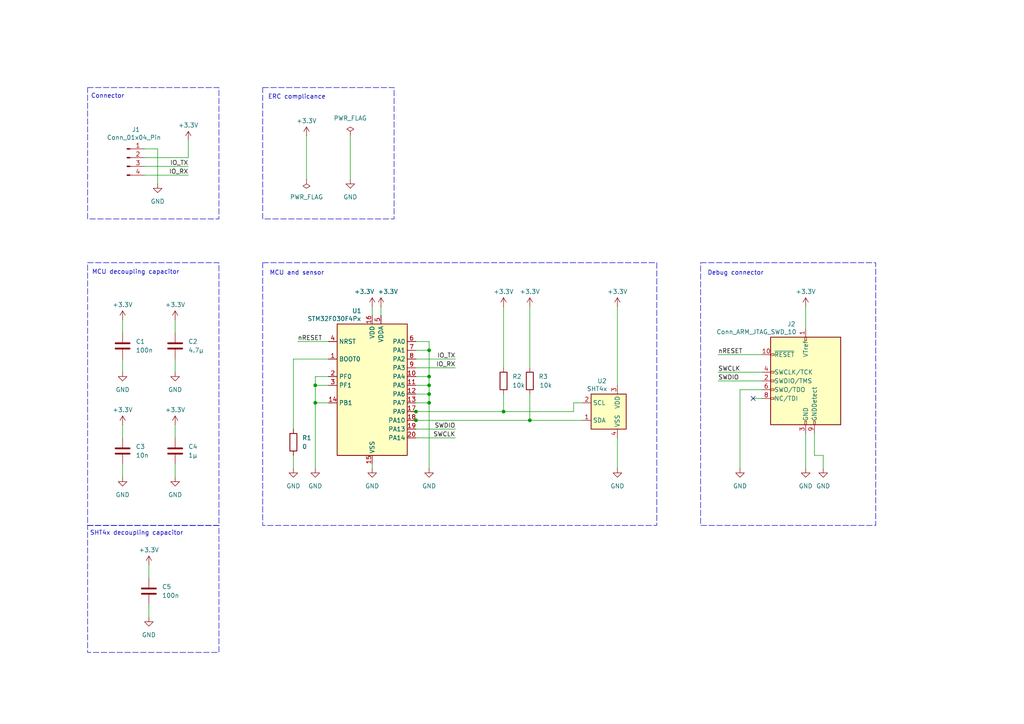
<source format=kicad_sch>
(kicad_sch (version 20250114) (generator "eeschema") (generator_version "9.0")
  (paper "A4")
  (title_block (title "Temperature/humidity sensor") (date "2025/12/06") (rev "1.0"))
  (lib_symbols
    (symbol "Connector:Conn_01x04_Pin" (pin_names (offset 1.016) (hide yes))
      (property "Reference" "J" (at 0 5.08 0))
      (property "Value" "Conn_01x04_Pin" (at 0 -7.62 0))
      (symbol "Conn_01x04_Pin_1_1"
        (rectangle (start 0.8636 2.667) (end 0 2.413) (stroke (width 0.1524)) (fill (type outline)))
        (rectangle (start 0.8636 0.127) (end 0 -0.127) (stroke (width 0.1524)) (fill (type outline)))
        (rectangle (start 0.8636 -2.413) (end 0 -2.667) (stroke (width 0.1524)) (fill (type outline)))
        (rectangle (start 0.8636 -4.953) (end 0 -5.207) (stroke (width 0.1524)) (fill (type outline)))
        (polyline (pts (xy 1.27 2.54) (xy 0.8636 2.54)) (stroke (width 0.1524)))
        (polyline (pts (xy 1.27 0) (xy 0.8636 0)) (stroke (width 0.1524)))
        (polyline (pts (xy 1.27 -2.54) (xy 0.8636 -2.54)) (stroke (width 0.1524)))
        (polyline (pts (xy 1.27 -5.08) (xy 0.8636 -5.08)) (stroke (width 0.1524)))
        (pin passive line (at 5.08 2.54 180) (length 3.81) (name "Pin_1") (number "1"))
        (pin passive line (at 5.08 0 180) (length 3.81) (name "Pin_2") (number "2"))
        (pin passive line (at 5.08 -2.54 180) (length 3.81) (name "Pin_3") (number "3"))
        (pin passive line (at 5.08 -5.08 180) (length 3.81) (name "Pin_4") (number "4"))
      )
    )
    (symbol "Connector:Conn_ARM_JTAG_SWD_10" (pin_names (offset 1.016))
      (property "Reference" "J2" (at 5.334 16.51 0))
      (property "Value" "Conn_ARM_JTAG_SWD_10" (at 25.908 14.224 0))
      (symbol "Conn_ARM_JTAG_SWD_10_0_1"
        (rectangle (start -10.16 12.7) (end 10.16 -12.7) (stroke (width 0.254)) (fill (type background)))
        (rectangle (start -2.794 -12.7) (end -2.286 -11.684))
        (rectangle (start -0.254 12.7) (end 0.254 11.684))
        (rectangle (start -0.254 -12.7) (end 0.254 -11.684))
        (rectangle (start 9.144 2.286) (end 10.16 2.794))
        (rectangle (start 10.16 7.874) (end 9.144 7.366))
        (rectangle (start 10.16 -0.254) (end 9.144 0.254))
        (rectangle (start 10.16 -2.794) (end 9.144 -2.286))
      )
      (symbol "Conn_ARM_JTAG_SWD_10_1_1"
        (rectangle (start 9.144 -5.334) (end 10.16 -4.826))
        (pin no_connect line (at -10.16 0 0) (length 2.54) (hide yes) (name "KEY") (number "7"))
        (pin passive line (at -2.54 -15.24 90) (length 2.54) (name "GNDDetect") (number "9"))
        (pin power_in line (at 0 15.24 270) (length 2.54) (name "VTref") (number "1"))
        (pin power_in line (at 0 -15.24 90) (length 2.54) (name "GND") (number "3"))
        (pin passive line (at 0 -15.24 90) (length 2.54) (hide yes) (name "GND") (number "5"))
        (pin bidirectional line (at 12.7 7.62 180) (length 2.54) (name "~{RESET}") (number "10"))
        (pin output line (at 12.7 2.54 180) (length 2.54) (name "SWCLK/TCK") (number "4"))
        (pin bidirectional line (at 12.7 0 180) (length 2.54) (name "SWDIO/TMS") (number "2"))
        (pin input line (at 12.7 -2.54 180) (length 2.54) (name "SWO/TDO") (number "6"))
        (pin output line (at 12.7 -5.08 180) (length 2.54) (name "NC/TDI") (number "8"))
      )
    )
    (symbol "Device:C" (pin_numbers (hide yes)) (pin_names (offset 0.254))
      (property "Reference" "C" (at 0.635 2.54 0))
      (property "Value" "C" (at 0.635 -2.54 0))
      (symbol "C_0_1"
        (polyline (pts (xy -2.032 0.762) (xy 2.032 0.762)) (stroke (width 0.508)))
        (polyline (pts (xy -2.032 -0.762) (xy 2.032 -0.762)) (stroke (width 0.508)))
      )
      (symbol "C_1_1"
        (pin passive line (at 0 3.81 270) (length 2.794) (name "~") (number "1"))
        (pin passive line (at 0 -3.81 90) (length 2.794) (name "~") (number "2"))
      )
    )
    (symbol "Device:R" (pin_numbers (hide yes)) (pin_names (offset 0))
      (property "Reference" "R" (at 2.032 0 90))
      (property "Value" "R" (at 0 0 90))
      (symbol "R_0_1"
        (rectangle (start -1.016 -2.54) (end 1.016 2.54) (stroke (width 0.254)))
      )
      (symbol "R_1_1"
        (pin passive line (at 0 3.81 270) (length 1.27) (name "~") (number "1"))
        (pin passive line (at 0 -3.81 90) (length 1.27) (name "~") (number "2"))
      )
    )
    (symbol "MCU_ST_STM32F0:STM32F030F4Px"
      (property "Reference" "U" (at -10.16 21.59 0))
      (property "Value" "STM32F030F4Px" (at 5.08 21.59 0))
      (symbol "STM32F030F4Px_0_1"
        (rectangle (start -10.16 -17.78) (end 10.16 20.32) (stroke (width 0.254)) (fill (type background)))
      )
      (symbol "STM32F030F4Px_1_1"
        (pin input line (at -12.7 15.24 0) (length 2.54) (name "NRST") (number "4"))
        (pin input line (at -12.7 10.16 0) (length 2.54) (name "BOOT0") (number "1"))
        (pin bidirectional line (at -12.7 5.08 0) (length 2.54) (name "PF0") (number "2"))
        (pin bidirectional line (at -12.7 2.54 0) (length 2.54) (name "PF1") (number "3"))
        (pin bidirectional line (at -12.7 -2.54 0) (length 2.54) (name "PB1") (number "14"))
        (pin power_in line (at 0 22.86 270) (length 2.54) (name "VDD") (number "16"))
        (pin power_in line (at 0 -20.32 90) (length 2.54) (name "VSS") (number "15"))
        (pin power_in line (at 2.54 22.86 270) (length 2.54) (name "VDDA") (number "5"))
        (pin bidirectional line (at 12.7 15.24 180) (length 2.54) (name "PA0") (number "6"))
        (pin bidirectional line (at 12.7 12.7 180) (length 2.54) (name "PA1") (number "7"))
        (pin bidirectional line (at 12.7 10.16 180) (length 2.54) (name "PA2") (number "8"))
        (pin bidirectional line (at 12.7 7.62 180) (length 2.54) (name "PA3") (number "9"))
        (pin bidirectional line (at 12.7 5.08 180) (length 2.54) (name "PA4") (number "10"))
        (pin bidirectional line (at 12.7 2.54 180) (length 2.54) (name "PA5") (number "11"))
        (pin bidirectional line (at 12.7 0 180) (length 2.54) (name "PA6") (number "12"))
        (pin bidirectional line (at 12.7 -2.54 180) (length 2.54) (name "PA7") (number "13"))
        (pin bidirectional line (at 12.7 -5.08 180) (length 2.54) (name "PA9") (number "17"))
        (pin bidirectional line (at 12.7 -7.62 180) (length 2.54) (name "PA10") (number "18"))
        (pin bidirectional line (at 12.7 -10.16 180) (length 2.54) (name "PA13") (number "19"))
        (pin bidirectional line (at 12.7 -12.7 180) (length 2.54) (name "PA14") (number "20"))
      )
    )
    (symbol "Sensor_Humidity:SHT4x"
      (property "Reference" "U" (at 0 8.89 0))
      (property "Value" "SHT4x" (at 0 6.35 0))
      (symbol "SHT4x_1_1"
        (rectangle (start -5.08 5.08) (end 5.08 -5.08) (stroke (width 0.254)) (fill (type background)))
        (pin input line (at -7.62 2.54 0) (length 2.54) (name "SCL") (number "2"))
        (pin bidirectional line (at -7.62 -2.54 0) (length 2.54) (name "SDA") (number "1"))
        (pin power_in line (at 2.54 7.62 270) (length 2.54) (name "VDD") (number "3"))
        (pin power_in line (at 2.54 -7.62 90) (length 2.54) (name "VSS") (number "4"))
      )
    )
    (symbol "power:+3.3V" (power) (pin_numbers (hide yes)) (pin_names (offset 0) (hide yes))
      (property "Value" "+3.3V" (at 0 3.556 0))
      (symbol "+3.3V_0_1"
        (polyline (pts (xy -0.762 1.27) (xy 0 2.54)))
        (polyline (pts (xy 0 2.54) (xy 0.762 1.27)))
        (polyline (pts (xy 0 0) (xy 0 2.54)))
      )
      (symbol "+3.3V_1_1"
        (pin power_in line (at 0 0 90) (length 0) (name "~") (number "1"))
      )
    )
    (symbol "power:GND" (power) (pin_numbers (hide yes)) (pin_names (offset 0) (hide yes))
      (property "Value" "GND" (at 0 -3.81 0))
      (symbol "GND_0_1"
        (polyline (pts (xy 0 0) (xy 0 -1.27) (xy 1.27 -1.27) (xy 0 -2.54) (xy -1.27 -1.27) (xy 0 -1.27)))
      )
      (symbol "GND_1_1"
        (pin power_in line (at 0 0 270) (length 0) (name "~") (number "1"))
      )
    )
    (symbol "power:PWR_FLAG" (power) (pin_numbers (hide yes)) (pin_names (offset 0) (hide yes))
      (property "Value" "PWR_FLAG" (at 0 3.81 0))
      (symbol "PWR_FLAG_0_0"
        (pin power_out line (at 0 0 90) (length 0) (name "~") (number "1"))
      )
      (symbol "PWR_FLAG_0_1"
        (polyline (pts (xy 0 0) (xy 0 1.27) (xy -1.016 1.905) (xy 0 2.54) (xy 1.016 1.905) (xy 0 1.27)))
      )
    )
  )
  (rectangle (start 25.4 76.2) (end 63.5 152.4) (stroke (width 0) (type dash)))
  (rectangle (start 25.4 25.4) (end 63.5 63.5) (stroke (width 0) (type dash)))
  (rectangle (start 76.2 76.2) (end 190.5 152.4) (stroke (width 0) (type dash)))
  (rectangle (start 25.4 152.4) (end 63.5 189.23) (stroke (width 0) (type dash)))
  (rectangle (start 203.2 76.2) (end 254 152.4) (stroke (width 0) (type dash)))
  (rectangle (start 76.2 25.4) (end 114.3 63.5) (stroke (width 0) (type dash)))
  (text "ERC complicance" (at 86.106 28.194 0) (effects (font (size 1.27 1.27))))
  (text "MCU decoupling capacitor" (at 39.37 78.994 0) (effects (font (size 1.27 1.27))))
  (text "SHT4x decoupling capacitor" (at 39.624 154.686 0) (effects (font (size 1.27 1.27))))
  (text "Connector" (at 31.242 27.94 0) (effects (font (size 1.27 1.27))))
  (text "MCU and sensor" (at 86.106 79.248 0) (effects (font (size 1.27 1.27))))
  (text "Debug connector" (at 213.36 79.248 0) (effects (font (size 1.27 1.27))))
  (junction (at 120.65 119.38))
  (junction (at 153.67 121.92))
  (junction (at 146.05 119.38))
  (junction (at 91.44 111.76))
  (junction (at 124.46 101.6))
  (junction (at 124.46 111.76))
  (junction (at 124.46 114.3))
  (junction (at 124.46 109.22))
  (junction (at 124.46 116.84))
  (junction (at 91.44 116.84))
  (junction (at 120.65 121.92))
  (no_connect (at 218.44 115.57))
  (wire (pts (xy 35.56 92.71) (xy 35.56 96.52)))
  (wire (pts (xy 208.28 110.49) (xy 220.98 110.49)))
  (wire (pts (xy 91.44 111.76) (xy 91.44 116.84)))
  (wire (pts (xy 119.38 119.38) (xy 120.65 119.38)))
  (wire (pts (xy 101.6 39.37) (xy 101.6 52.07)))
  (wire (pts (xy 179.07 127) (xy 179.07 135.89)))
  (wire (pts (xy 95.25 116.84) (xy 91.44 116.84)))
  (wire (pts (xy 218.44 115.57) (xy 220.98 115.57)))
  (wire (pts (xy 153.67 88.9) (xy 153.67 106.68)))
  (wire (pts (xy 166.37 116.84) (xy 166.37 119.38)))
  (wire (pts (xy 236.22 132.08) (xy 236.22 125.73)))
  (wire (pts (xy 35.56 134.62) (xy 35.56 138.43)))
  (wire (pts (xy 120.65 116.84) (xy 124.46 116.84)))
  (wire (pts (xy 120.65 111.76) (xy 124.46 111.76)))
  (wire (pts (xy 214.63 113.03) (xy 214.63 135.89)))
  (wire (pts (xy 120.65 106.68) (xy 132.08 106.68)))
  (wire (pts (xy 124.46 116.84) (xy 124.46 135.89)))
  (wire (pts (xy 238.76 132.08) (xy 238.76 135.89)))
  (wire (pts (xy 120.65 121.92) (xy 153.67 121.92)))
  (wire (pts (xy 50.8 92.71) (xy 50.8 96.52)))
  (wire (pts (xy 214.63 113.03) (xy 220.98 113.03)))
  (wire (pts (xy 153.67 121.92) (xy 168.91 121.92)))
  (wire (pts (xy 179.07 88.9) (xy 179.07 111.76)))
  (wire (pts (xy 85.09 104.14) (xy 85.09 124.46)))
  (wire (pts (xy 91.44 109.22) (xy 95.25 109.22)))
  (wire (pts (xy 124.46 101.6) (xy 124.46 109.22)))
  (wire (pts (xy 124.46 109.22) (xy 124.46 111.76)))
  (wire (pts (xy 120.65 104.14) (xy 132.08 104.14)))
  (wire (pts (xy 233.68 125.73) (xy 233.68 135.89)))
  (wire (pts (xy 120.65 99.06) (xy 124.46 99.06)))
  (wire (pts (xy 208.28 102.87) (xy 220.98 102.87)))
  (wire (pts (xy 85.09 132.08) (xy 85.09 135.89)))
  (wire (pts (xy 35.56 104.14) (xy 35.56 107.95)))
  (wire (pts (xy 50.8 134.62) (xy 50.8 138.43)))
  (wire (pts (xy 124.46 111.76) (xy 124.46 114.3)))
  (wire (pts (xy 146.05 114.3) (xy 146.05 119.38)))
  (wire (pts (xy 50.8 123.19) (xy 50.8 127)))
  (wire (pts (xy 41.91 50.8) (xy 54.61 50.8)))
  (wire (pts (xy 120.65 127) (xy 132.08 127)))
  (wire (pts (xy 35.56 123.19) (xy 35.56 127)))
  (wire (pts (xy 120.65 124.46) (xy 132.08 124.46)))
  (wire (pts (xy 124.46 99.06) (xy 124.46 101.6)))
  (wire (pts (xy 43.18 163.83) (xy 43.18 167.64)))
  (wire (pts (xy 119.38 121.92) (xy 120.65 121.92)))
  (wire (pts (xy 120.65 101.6) (xy 124.46 101.6)))
  (wire (pts (xy 41.91 43.18) (xy 45.72 43.18)))
  (wire (pts (xy 95.25 104.14) (xy 85.09 104.14)))
  (wire (pts (xy 107.95 88.9) (xy 107.95 91.44)))
  (wire (pts (xy 91.44 109.22) (xy 91.44 111.76)))
  (wire (pts (xy 233.68 88.9) (xy 233.68 95.25)))
  (wire (pts (xy 120.65 109.22) (xy 124.46 109.22)))
  (wire (pts (xy 153.67 114.3) (xy 153.67 121.92)))
  (wire (pts (xy 43.18 175.26) (xy 43.18 179.07)))
  (wire (pts (xy 54.61 45.72) (xy 54.61 40.64)))
  (wire (pts (xy 124.46 114.3) (xy 124.46 116.84)))
  (wire (pts (xy 91.44 111.76) (xy 95.25 111.76)))
  (wire (pts (xy 50.8 104.14) (xy 50.8 107.95)))
  (wire (pts (xy 120.65 114.3) (xy 124.46 114.3)))
  (wire (pts (xy 91.44 116.84) (xy 91.44 135.89)))
  (wire (pts (xy 146.05 119.38) (xy 166.37 119.38)))
  (wire (pts (xy 120.65 119.38) (xy 146.05 119.38)))
  (wire (pts (xy 110.49 88.9) (xy 110.49 91.44)))
  (wire (pts (xy 238.76 132.08) (xy 236.22 132.08)))
  (wire (pts (xy 146.05 88.9) (xy 146.05 106.68)))
  (wire (pts (xy 208.28 107.95) (xy 220.98 107.95)))
  (wire (pts (xy 168.91 116.84) (xy 166.37 116.84)))
  (wire (pts (xy 41.91 48.26) (xy 54.61 48.26)))
  (wire (pts (xy 107.95 134.62) (xy 107.95 135.89)))
  (wire (pts (xy 41.91 45.72) (xy 54.61 45.72)))
  (wire (pts (xy 45.72 43.18) (xy 45.72 53.34)))
  (wire (pts (xy 88.9 39.37) (xy 88.9 52.07)))
  (wire (pts (xy 86.36 99.06) (xy 95.25 99.06)))
  (label "IO_TX" (at 132.08 104.14 180))
  (label "IO_RX" (at 54.61 50.8 180))
  (label "SWCLK" (at 132.08 127 180))
  (label "SWDIO" (at 132.08 124.46 180))
  (label "SWDIO" (at 208.28 110.49 0))
  (label "IO_TX" (at 54.61 48.26 180))
  (label "nRESET" (at 208.28 102.87 0))
  (label "SWCLK" (at 208.28 107.95 0))
  (label "nRESET" (at 86.36 99.06 0))
  (label "IO_RX" (at 132.08 106.68 180))
  (symbol (lib_id "power:GND") (at 238.76 135.89 0) (unit 1)
    (property "Reference" "#PWR026" (effects (hide yes)))
    (property "Value" "GND" (at 238.76 140.97 0))
    (property "Description" "Power symbol creates a global label with name \"GND\" , ground" (effects (hide yes)))
  )
  (symbol (lib_id "power:+3.3V") (at 50.8 123.19 0) (unit 1)
    (property "Reference" "#PWR020" (effects (hide yes)))
    (property "Value" "+3.3V" (at 50.8 118.872 0))
    (property "Description" "Power symbol creates a global label with name \"+3.3V\"" (effects (hide yes)))
  )
  (symbol (lib_id "power:+3.3V") (at 153.67 88.9 0) (unit 1)
    (property "Reference" "#PWR07" (effects (hide yes)))
    (property "Value" "+3.3V" (at 153.67 84.582 0))
    (property "Description" "Power symbol creates a global label with name \"+3.3V\"" (effects (hide yes)))
  )
  (symbol (lib_id "power:GND") (at 107.95 135.89 0) (unit 1)
    (property "Reference" "#PWR01" (effects (hide yes)))
    (property "Value" "GND" (at 107.95 140.97 0))
    (property "Description" "Power symbol creates a global label with name \"GND\" , ground" (effects (hide yes)))
  )
  (symbol (lib_id "power:+3.3V") (at 110.49 88.9 0) (unit 1)
    (property "Reference" "#PWR04" (effects (hide yes)))
    (property "Value" "+3.3V" (at 112.522 84.582 0))
    (property "Description" "Power symbol creates a global label with name \"+3.3V\"" (effects (hide yes)))
  )
  (symbol (lib_id "power:GND") (at 50.8 138.43 0) (unit 1)
    (property "Reference" "#PWR021" (effects (hide yes)))
    (property "Value" "GND" (at 50.8 143.51 0))
    (property "Description" "Power symbol creates a global label with name \"GND\" , ground" (effects (hide yes)))
  )
  (symbol (lib_id "Connector:Conn_ARM_JTAG_SWD_10") (at 233.68 110.49 0) (mirror y) (unit 1)
    (property "Reference" "J2" (at 228.346 93.98 0) (effects (justify right)))
    (property "Value" "Conn_ARM_JTAG_SWD_10" (at 207.772 96.266 0) (effects (justify right)))
    (property "Footprint" "Connector_PinHeader_1.27mm:PinHeader_2x05_P1.27mm_Vertical" (effects (hide yes)))
    (property "Datasheet" "http://infocenter.arm.com/help/topic/com.arm.doc.ddi0314h/DDI0314H_coresight_components_trm.pdf" (effects (hide yes)))
    (property "Description" "Cortex Debug Connector, standard ARM Cortex-M SWD and JTAG interface" (effects (hide yes)))
  )
  (symbol (lib_id "power:+3.3V") (at 50.8 92.71 0) (unit 1)
    (property "Reference" "#PWR016" (effects (hide yes)))
    (property "Value" "+3.3V" (at 50.8 88.392 0))
    (property "Description" "Power symbol creates a global label with name \"+3.3V\"" (effects (hide yes)))
  )
  (symbol (lib_id "Connector:Conn_01x04_Pin") (at 36.83 45.72 0) (unit 1)
    (property "Reference" "J1" (at 40.64 37.592 0) (effects (justify right)))
    (property "Value" "Conn_01x04_Pin" (at 46.736 39.878 0) (effects (justify right)))
    (property "Footprint" "Connector_JST:JST_XA_B04B-XASK-1-A_1x04_P2.50mm_Vertical" (effects (hide yes)))
    (property "Description" "Generic connector, single row, 01x04, script generated" (effects (hide yes)))
  )
  (symbol (lib_id "power:GND") (at 35.56 138.43 0) (unit 1)
    (property "Reference" "#PWR019" (effects (hide yes)))
    (property "Value" "GND" (at 35.56 143.51 0))
    (property "Description" "Power symbol creates a global label with name \"GND\" , ground" (effects (hide yes)))
  )
  (symbol (lib_id "power:PWR_FLAG") (at 101.6 39.37 0) (unit 1)
    (property "Reference" "#FLG01" (effects (hide yes)))
    (property "Value" "PWR_FLAG" (at 101.6 34.29 0))
    (property "Description" "Special symbol for telling ERC where power comes from" (effects (hide yes)))
  )
  (symbol (lib_id "Device:R") (at 85.09 128.27 0) (unit 1)
    (property "Reference" "R1" (at 87.63 126.9999 0) (effects (justify left)))
    (property "Value" "0" (at 87.63 129.5399 0) (effects (justify left)))
    (property "Footprint" "Resistor_SMD:R_0805_2012Metric" (effects (hide yes)))
    (property "Description" "Resistor" (effects (hide yes)))
  )
  (symbol (lib_id "power:GND") (at 179.07 135.89 0) (unit 1)
    (property "Reference" "#PWR09" (effects (hide yes)))
    (property "Value" "GND" (at 179.07 140.97 0))
    (property "Description" "Power symbol creates a global label with name \"GND\" , ground" (effects (hide yes)))
  )
  (symbol (lib_id "Device:C") (at 43.18 171.45 0) (unit 1)
    (property "Reference" "C5" (at 46.99 170.1799 0) (effects (justify left)))
    (property "Value" "100n" (at 46.99 172.7199 0) (effects (justify left)))
    (property "Footprint" "Capacitor_SMD:C_0805_2012Metric" (effects (hide yes)))
    (property "Description" "Unpolarized capacitor" (effects (hide yes)))
  )
  (symbol (lib_id "power:GND") (at 101.6 52.07 0) (unit 1)
    (property "Reference" "#PWR023" (effects (hide yes)))
    (property "Value" "GND" (at 101.6 57.15 0))
    (property "Description" "Power symbol creates a global label with name \"GND\" , ground" (effects (hide yes)))
  )
  (symbol (lib_id "power:GND") (at 50.8 107.95 0) (unit 1)
    (property "Reference" "#PWR017" (effects (hide yes)))
    (property "Value" "GND" (at 50.8 113.03 0))
    (property "Description" "Power symbol creates a global label with name \"GND\" , ground" (effects (hide yes)))
  )
  (symbol (lib_id "Device:C") (at 50.8 130.81 0) (unit 1)
    (property "Reference" "C4" (at 54.61 129.5399 0) (effects (justify left)))
    (property "Value" "1µ" (at 54.61 132.0799 0) (effects (justify left)))
    (property "Footprint" "Capacitor_SMD:C_0805_2012Metric" (effects (hide yes)))
    (property "Description" "Unpolarized capacitor" (effects (hide yes)))
  )
  (symbol (lib_id "power:GND") (at 91.44 135.89 0) (unit 1)
    (property "Reference" "#PWR013" (effects (hide yes)))
    (property "Value" "GND" (at 91.44 140.97 0))
    (property "Description" "Power symbol creates a global label with name \"GND\" , ground" (effects (hide yes)))
  )
  (symbol (lib_id "power:PWR_FLAG") (at 88.9 52.07 180) (unit 1)
    (property "Reference" "#FLG02" (effects (hide yes)))
    (property "Value" "PWR_FLAG" (at 88.9 57.15 0))
    (property "Description" "Special symbol for telling ERC where power comes from" (effects (hide yes)))
  )
  (symbol (lib_id "power:GND") (at 233.68 135.89 0) (unit 1)
    (property "Reference" "#PWR027" (effects (hide yes)))
    (property "Value" "GND" (at 233.68 140.97 0))
    (property "Description" "Power symbol creates a global label with name \"GND\" , ground" (effects (hide yes)))
  )
  (symbol (lib_id "power:+3.3V") (at 88.9 39.37 0) (unit 1)
    (property "Reference" "#PWR022" (effects (hide yes)))
    (property "Value" "+3.3V" (at 88.9 35.052 0))
    (property "Description" "Power symbol creates a global label with name \"+3.3V\"" (effects (hide yes)))
  )
  (symbol (lib_id "power:+3.3V") (at 146.05 88.9 0) (unit 1)
    (property "Reference" "#PWR06" (effects (hide yes)))
    (property "Value" "+3.3V" (at 146.05 84.582 0))
    (property "Description" "Power symbol creates a global label with name \"+3.3V\"" (effects (hide yes)))
  )
  (symbol (lib_id "power:GND") (at 35.56 107.95 0) (unit 1)
    (property "Reference" "#PWR015" (effects (hide yes)))
    (property "Value" "GND" (at 35.56 113.03 0))
    (property "Description" "Power symbol creates a global label with name \"GND\" , ground" (effects (hide yes)))
  )
  (symbol (lib_id "Sensor_Humidity:SHT4x") (at 176.53 119.38 0) (unit 1)
    (property "Reference" "U2" (at 173.228 110.49 0) (effects (justify left)))
    (property "Value" "SHT4x" (at 170.18 112.776 0) (effects (justify left)))
    (property "Footprint" "Sensor_Humidity:Sensirion_DFN-4_1.5x1.5mm_P0.8mm_SHT4x_NoCentralPad" (effects (hide yes)))
    (property "Datasheet" "https://sensirion.com/media/documents/33FD6951/624C4357/Datasheet_SHT4x.pdf" (effects (hide yes)))
    (property "Description" "Digital Humidity and Temperature Sensor, ±1%RH, ±0.1°C, I2C, 1.08-3.6V, 16bit, DFN-4" (effects (hide yes)))
  )
  (symbol (lib_id "power:+3.3V") (at 107.95 88.9 0) (unit 1)
    (property "Reference" "#PWR03" (effects (hide yes)))
    (property "Value" "+3.3V" (at 105.664 84.582 0))
    (property "Description" "Power symbol creates a global label with name \"+3.3V\"" (effects (hide yes)))
  )
  (symbol (lib_id "MCU_ST_STM32F0:STM32F030F4Px") (at 107.95 114.3 0) (unit 1)
    (property "Reference" "U1" (at 102.108 90.17 0) (effects (justify left)))
    (property "Value" "STM32F030F4Px" (at 89.154 92.456 0) (effects (justify left)))
    (property "Footprint" "Package_SO:TSSOP-20_4.4x6.5mm_P0.65mm" (effects (hide yes)))
    (property "Datasheet" "https://www.st.com/resource/en/datasheet/stm32f030f4.pdf" (effects (hide yes)))
    (property "Description" "STMicroelectronics Arm Cortex-M0 MCU, 16KB flash, 4KB RAM, 48 MHz, 2.4-3.6V, 15 GPIO, TSSOP20" (effects (hide yes)))
  )
  (symbol (lib_id "Device:R") (at 146.05 110.49 0) (unit 1)
    (property "Reference" "R2" (at 148.59 109.2199 0) (effects (justify left)))
    (property "Value" "10k" (at 148.59 111.7599 0) (effects (justify left)))
    (property "Footprint" "Resistor_SMD:R_0805_2012Metric" (effects (hide yes)))
    (property "Description" "Resistor" (effects (hide yes)))
  )
  (symbol (lib_id "Device:C") (at 35.56 130.81 0) (unit 1)
    (property "Reference" "C3" (at 39.37 129.5399 0) (effects (justify left)))
    (property "Value" "10n" (at 39.37 132.0799 0) (effects (justify left)))
    (property "Footprint" "Capacitor_SMD:C_0805_2012Metric" (effects (hide yes)))
    (property "Description" "Unpolarized capacitor" (effects (hide yes)))
  )
  (symbol (lib_id "power:GND") (at 214.63 135.89 0) (unit 1)
    (property "Reference" "#PWR028" (effects (hide yes)))
    (property "Value" "GND" (at 214.63 140.97 0))
    (property "Description" "Power symbol creates a global label with name \"GND\" , ground" (effects (hide yes)))
  )
  (symbol (lib_id "power:GND") (at 43.18 179.07 0) (unit 1)
    (property "Reference" "#PWR010" (effects (hide yes)))
    (property "Value" "GND" (at 43.18 184.15 0))
    (property "Description" "Power symbol creates a global label with name \"GND\" , ground" (effects (hide yes)))
  )
  (symbol (lib_id "Device:R") (at 153.67 110.49 0) (unit 1)
    (property "Reference" "R3" (at 156.21 109.2199 0) (effects (justify left)))
    (property "Value" "10k" (at 156.464 111.76 0) (effects (justify left)))
    (property "Footprint" "Resistor_SMD:R_0805_2012Metric" (effects (hide yes)))
    (property "Description" "Resistor" (effects (hide yes)))
  )
  (symbol (lib_id "Device:C") (at 35.56 100.33 0) (unit 1)
    (property "Reference" "C1" (at 39.37 99.0599 0) (effects (justify left)))
    (property "Value" "100n" (at 39.37 101.5999 0) (effects (justify left)))
    (property "Footprint" "Capacitor_SMD:C_0805_2012Metric" (effects (hide yes)))
    (property "Description" "Unpolarized capacitor" (effects (hide yes)))
  )
  (symbol (lib_id "power:+3.3V") (at 54.61 40.64 0) (unit 1)
    (property "Reference" "#PWR012" (effects (hide yes)))
    (property "Value" "+3.3V" (at 54.61 36.322 0))
    (property "Description" "Power symbol creates a global label with name \"+3.3V\"" (effects (hide yes)))
  )
  (symbol (lib_id "power:+3.3V") (at 179.07 88.9 0) (unit 1)
    (property "Reference" "#PWR08" (effects (hide yes)))
    (property "Value" "+3.3V" (at 179.07 84.582 0))
    (property "Description" "Power symbol creates a global label with name \"+3.3V\"" (effects (hide yes)))
  )
  (symbol (lib_id "power:+3.3V") (at 233.68 88.9 0) (unit 1)
    (property "Reference" "#PWR029" (effects (hide yes)))
    (property "Value" "+3.3V" (at 233.68 84.582 0))
    (property "Description" "Power symbol creates a global label with name \"+3.3V\"" (effects (hide yes)))
  )
  (symbol (lib_id "power:GND") (at 124.46 135.89 0) (unit 1)
    (property "Reference" "#PWR024" (effects (hide yes)))
    (property "Value" "GND" (at 124.46 140.97 0))
    (property "Description" "Power symbol creates a global label with name \"GND\" , ground" (effects (hide yes)))
  )
  (symbol (lib_id "power:+3.3V") (at 35.56 123.19 0) (unit 1)
    (property "Reference" "#PWR018" (effects (hide yes)))
    (property "Value" "+3.3V" (at 35.56 118.872 0))
    (property "Description" "Power symbol creates a global label with name \"+3.3V\"" (effects (hide yes)))
  )
  (symbol (lib_id "power:+3.3V") (at 43.18 163.83 0) (unit 1)
    (property "Reference" "#PWR011" (effects (hide yes)))
    (property "Value" "+3.3V" (at 43.18 159.512 0))
    (property "Description" "Power symbol creates a global label with name \"+3.3V\"" (effects (hide yes)))
  )
  (symbol (lib_id "Device:C") (at 50.8 100.33 0) (unit 1)
    (property "Reference" "C2" (at 54.61 99.0599 0) (effects (justify left)))
    (property "Value" "4.7µ" (at 54.61 101.5999 0) (effects (justify left)))
    (property "Footprint" "Capacitor_SMD:C_0805_2012Metric" (effects (hide yes)))
    (property "Description" "Unpolarized capacitor" (effects (hide yes)))
  )
  (symbol (lib_id "power:+3.3V") (at 35.56 92.71 0) (unit 1)
    (property "Reference" "#PWR014" (effects (hide yes)))
    (property "Value" "+3.3V" (at 35.56 88.392 0))
    (property "Description" "Power symbol creates a global label with name \"+3.3V\"" (effects (hide yes)))
  )
  (symbol (lib_id "power:GND") (at 85.09 135.89 0) (unit 1)
    (property "Reference" "#PWR02" (effects (hide yes)))
    (property "Value" "GND" (at 85.09 140.97 0))
    (property "Description" "Power symbol creates a global label with name \"GND\" , ground" (effects (hide yes)))
  )
  (symbol (lib_id "power:GND") (at 45.72 53.34 0) (unit 1)
    (property "Reference" "#PWR05" (effects (hide yes)))
    (property "Value" "GND" (at 45.72 58.42 0))
    (property "Description" "Power symbol creates a global label with name \"GND\" , ground" (effects (hide yes)))
  )
)
</source>
